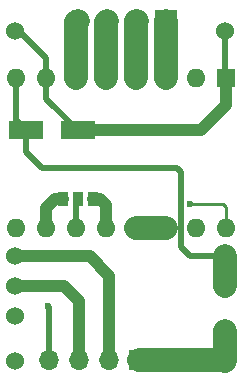
<source format=gtl>
G04 #@! TF.FileFunction,Copper,L1,Top,Signal*
%FSLAX46Y46*%
G04 Gerber Fmt 4.6, Leading zero omitted, Abs format (unit mm)*
G04 Created by KiCad (PCBNEW 4.0.6+dfsg1-1) date Mon Feb 26 15:58:45 2018*
%MOMM*%
%LPD*%
G01*
G04 APERTURE LIST*
%ADD10C,0.100000*%
%ADD11R,1.600000X1.600000*%
%ADD12O,1.600000X1.600000*%
%ADD13R,3.000000X1.600000*%
%ADD14R,1.850000X1.850000*%
%ADD15C,1.850000*%
%ADD16R,1.700000X1.700000*%
%ADD17O,1.700000X1.700000*%
%ADD18R,0.970000X1.270000*%
%ADD19C,1.524000*%
%ADD20C,0.100000*%
%ADD21C,0.600000*%
%ADD22C,2.000000*%
%ADD23C,0.500000*%
%ADD24C,1.000000*%
%ADD25C,0.250000*%
G04 APERTURE END LIST*
D10*
D11*
X19121120Y25476200D03*
D12*
X1341120Y12776200D03*
X16581120Y25476200D03*
X3881120Y12776200D03*
X14041120Y25476200D03*
X6421120Y12776200D03*
X11501120Y25476200D03*
X8961120Y12776200D03*
X8961120Y25476200D03*
X11501120Y12776200D03*
X6421120Y25476200D03*
X14041120Y12776200D03*
X3881120Y25476200D03*
X16581120Y12776200D03*
X1341120Y25476200D03*
X19121120Y12776200D03*
D13*
X2189120Y21031200D03*
X6589120Y21031200D03*
D14*
X14041120Y30302200D03*
D15*
X11541120Y30302200D03*
X9041120Y30302200D03*
X6541120Y30302200D03*
D16*
X11755120Y1600200D03*
D17*
X9215120Y1600200D03*
X6675120Y1600200D03*
X4135120Y1600200D03*
D18*
X7818120Y15189200D03*
X6548120Y15189200D03*
X5278120Y15189200D03*
D19*
X18994120Y1473200D03*
X18994120Y4013200D03*
X18994120Y7823200D03*
X18994120Y10363200D03*
X1214120Y1473200D03*
X1214120Y29413200D03*
X18994120Y29413200D03*
X1214120Y5283200D03*
X1214120Y7823200D03*
X1214120Y10363200D03*
D20*
X1214120Y12903200D03*
D21*
X4008120Y6172200D03*
X6589120Y21031200D03*
X16073120Y14808200D03*
D22*
X11755120Y1600200D02*
X18867120Y1600200D01*
X18867120Y1600200D02*
X18994120Y1473200D01*
X18994120Y1473200D02*
X18994120Y4013200D01*
X18994120Y7823200D02*
X18994120Y10363200D01*
D23*
X1341120Y25476200D02*
X1341120Y21879200D01*
X1341120Y21879200D02*
X2189120Y21031200D01*
X15311120Y14173200D02*
X15311120Y17475200D01*
X16073120Y10363200D02*
X15311120Y11125200D01*
X15311120Y11125200D02*
X15311120Y14173200D01*
X18994120Y10363200D02*
X16073120Y10363200D01*
X2189120Y19167200D02*
X2189120Y21031200D01*
X3500120Y17856200D02*
X2189120Y19167200D01*
X14930120Y17856200D02*
X3500120Y17856200D01*
X15311120Y17475200D02*
X14930120Y17856200D01*
X4135120Y6045200D02*
X4135120Y1600200D01*
X4008120Y6172200D02*
X4135120Y6045200D01*
D24*
X6589120Y21031200D02*
X16962120Y21031200D01*
X19121120Y23190200D02*
X19121120Y25476200D01*
X16962120Y21031200D02*
X19121120Y23190200D01*
D23*
X6548120Y21031200D02*
X6589120Y21031200D01*
X3881120Y23698200D02*
X6548120Y21031200D01*
X3881120Y25476200D02*
X3881120Y23698200D01*
X18994120Y29413200D02*
X18994120Y25603200D01*
X18994120Y25603200D02*
X19121120Y25476200D01*
X1214120Y29413200D02*
X1595120Y29413200D01*
X1595120Y29413200D02*
X3881120Y27127200D01*
X3881120Y27127200D02*
X3881120Y25476200D01*
D22*
X14041120Y25476200D02*
X14041120Y30302200D01*
X11501120Y25476200D02*
X11501120Y30262200D01*
X11501120Y30262200D02*
X11541120Y30302200D01*
X8961120Y25476200D02*
X8961120Y30222200D01*
X8961120Y30222200D02*
X9041120Y30302200D01*
X11501120Y12776200D02*
X13861118Y12776200D01*
X13861118Y12776200D02*
X14041120Y12776200D01*
X6421120Y25476200D02*
X6421120Y30182200D01*
X6421120Y30182200D02*
X6541120Y30302200D01*
D25*
X19121120Y12776200D02*
X19121120Y14554200D01*
X18867120Y14808200D02*
X16073120Y14808200D01*
X19121120Y14554200D02*
X18867120Y14808200D01*
D24*
X1214120Y7823200D02*
X5405120Y7823200D01*
X6675120Y6553200D02*
X6675120Y1600200D01*
X5405120Y7823200D02*
X6675120Y6553200D01*
X9215120Y1600200D02*
X9215120Y8712200D01*
X7564120Y10363200D02*
X1214120Y10363200D01*
X9215120Y8712200D02*
X7564120Y10363200D01*
X3881120Y12776200D02*
X3881120Y14427200D01*
X4643120Y15189200D02*
X5278120Y15189200D01*
X3881120Y14427200D02*
X4643120Y15189200D01*
D23*
X6421120Y12776200D02*
X6421120Y15062200D01*
X6421120Y15062200D02*
X6548120Y15189200D01*
D24*
X8961120Y12776200D02*
X8961120Y14681200D01*
X8453120Y15189200D02*
X7818120Y15189200D01*
X8961120Y14681200D02*
X8453120Y15189200D01*
M02*

</source>
